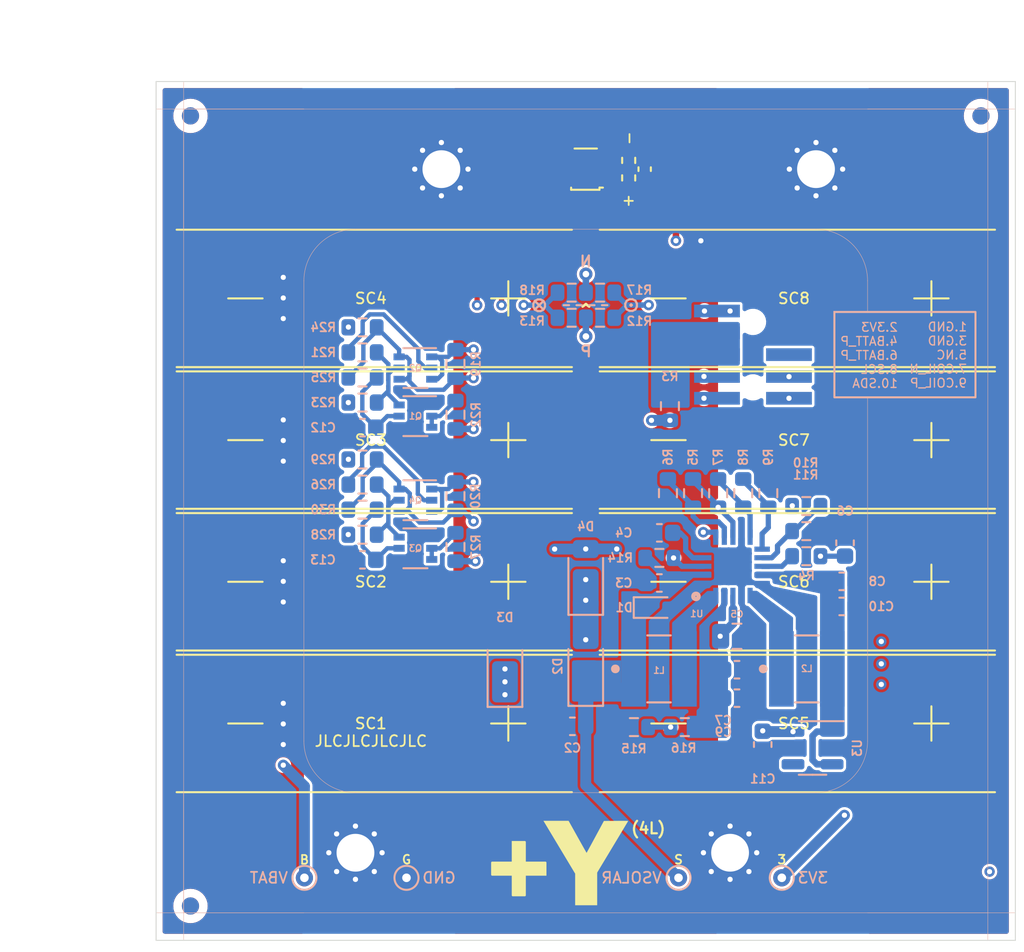
<source format=kicad_pcb>
(kicad_pcb (version 20221018) (generator pcbnew)
  (layers (0 "F.Cu" signal "Top") (1 "In1.Cu" signal) (2 "In2.Cu" signal) (31 "B.Cu" signal "Bottom") (34 "B.Paste" user) (35 "F.Paste" user) (36 "B.SilkS" user "B.Silkscreen") (37 "F.SilkS" user "F.Silkscreen") (38 "B.Mask" user) (39 "F.Mask" user) (44 "Edge.Cuts" user))
  (net 0 "")
  (net 1 "Net-(U1-VREF_SAMP)")
  (net 2 "COIL_P")
  (net 3 "GND")
  (net 4 "+3V3")
  (net 5 "VSOLAR")
  (net 6 "BATT_P")
  (net 7 "COIL_N")
  (net 8 "Net-(U1-VSTOR)")
  (net 9 "/coil")
  (net 10 "VBAT")
  (net 11 "VOUT_EN")
  (net 12 "VBAT_OK")
  (net 13 "Net-(D3-K)")
  (net 15 "Net-(U1-LBOOST)")
  (net 16 "Net-(U1-LBUCK)")
  (net 17 "/VSOLAR_FULL")
  (net 18 "Net-(U1-VBAT_OV)")
  (net 19 "Net-(U1-VRDIV)")
  (net 20 "SCL_LS")
  (net 21 "Net-(U1-OK_HYST)")
  (net 22 "Net-(U1-OK_PROG)")
  (net 23 "Net-(U1-VOUT_SET)")
  (net 24 "SDA_LS")
  (net 25 "Net-(U1-VOC_SAMP)")
  (net 26 "Net-(Q1B-G1)")
  (net 27 "Net-(Q3B-G1)")
  (net 28 "Net-(Q1A-G2)")
  (net 29 "Net-(Q1A-D1)")
  (net 30 "Net-(Q2A-B1)")
  (net 31 "Net-(Q3A-G2)")
  (net 32 "SDA")
  (net 33 "SCL")
  (net 34 "Net-(Q3A-D1)")
  (net 35 "Net-(Q4A-B1)")
  (net 36 "Net-(U1-VOUT)")
  (net 37 "Net-(U2-ADDR)")
  (footprint "solarpanels:KXOB25-05X3F" (layer "F.Cu") (at 127.41541 72.57514 180)
    (fp_text reference "SC5")
    (fp_text value "SolarCell_Small")
  )
  (footprint "solarpanels:KXOB25-05X3F" (layer "F.Cu") (at 127.41541 64.32514 180)
    (fp_text reference "SC6")
    (fp_text value "SolarCell_Small")
  )
  (footprint "solarpanels:KXOB25-05X3F" (layer "F.Cu") (at 127.41541 47.82514 180)
    (fp_text reference "SC8")
    (fp_text value "SolarCell_Small")
  )
  (footprint "solarpanels:KXOB25-05X3F" (layer "F.Cu") (at 102.79519 56.07514 180)
    (fp_text reference "SC3")
    (fp_text value "SolarCell_Small")
  )
  (footprint "solarpanels:KXOB25-05X3F" (layer "F.Cu") (at 102.79519 47.82514 180)
    (fp_text reference "SC4")
    (fp_text value "SolarCell_Small")
  )
  (footprint "solarpanels:KXOB25-05X3F" (layer "F.Cu") (at 102.79519 72.57514 180)
    (fp_text reference "SC1")
    (fp_text value "SolarCell_Small")
  )
  (footprint "solarpanels:KXOB25-05X3F" (layer "F.Cu") (at 102.79519 64.32514 180)
    (fp_text reference "SC2")
    (fp_text value "SolarCell_Small")
  )
  (footprint "Capacitor_SMD:C_0402_1005Metric" (layer "F.Cu") (at 108.03 40.3 90)
    (fp_text reference "C1" hide)
    (fp_text value "0.1uF")
  )
  (footprint "Resistor_SMD:R_0402_1005Metric" (layer "F.Cu") (at 107.1 40.81 90)
    (fp_text reference "R1" hide)
    (fp_text value "0R")
  )
  (footprint "Resistor_SMD:R_0402_1005Metric" (layer "F.Cu") (at 107.1 39.79 90)
    (fp_text reference "R2" hide)
    (fp_text value "0R")
  )
  (footprint "solarpanels:KXOB25-05X3F" (layer "F.Cu") (at 127.41541 56.07514 180)
    (fp_text reference "SC7")
    (fp_text value "SolarCell_Small")
  )
  (footprint "solarpanels:MountingHole_2.2mm_M2_DIN965_Pad_TopBottom" (layer "F.Cu") (at 91.2 80.1 -90)
    (fp_text reference "H3" hide)
    (fp_text value "MountingHole")
  )
  (footprint "custom-footprints:ypanel" (layer "F.Cu") (at 121.655 81.6271)
    (fp_text reference "Ref**" hide)
    (fp_text value "Val**" hide)
  )
  (footprint "Package_TO_SOT_SMD:SOT-583-8" (layer "F.Cu") (at 104.6 40.3 180)
    (fp_text reference "U2" hide)
    (fp_text value "OPT4001")
  )
  (footprint "Fiducial:Fiducial_1mm_Mask2mm" (layer "F.Cu") (at 81.6 83.2 180)
    (fp_text reference "REF**" hide)
    (fp_text value "Fiducial_1mm_Mask2mm")
  )
  (footprint "Fiducial:Fiducial_1mm_Mask2mm" (layer "F.Cu") (at 81.6 37.2 180)
    (fp_text reference "REF**" hide)
    (fp_text value "Fiducial_1mm_Mask2mm")
  )
  (footprint "Fiducial:Fiducial_1mm_Mask2mm" (layer "F.Cu") (at 127.6 37.2 180)
    (fp_text reference "REF**" hide)
    (fp_text value "Fiducial_1mm_Mask2mm")
  )
  (footprint "solarpanels:MountingHole_2.2mm_M2_DIN965_Pad_TopBottom" (layer "F.Cu") (at 118 40.3 -90)
    (fp_text reference "H1" hide)
    (fp_text value "MountingHole")
  )
  (footprint "solarpanels:MountingHole_2.2mm_M2_DIN965_Pad_TopBottom" (layer "F.Cu") (at 96.2 40.3 -90)
    (fp_text reference "H2" hide)
    (fp_text value "MountingHole")
  )
  (footprint "solarpanels:MountingHole_2.2mm_M2_DIN965_Pad_TopBottom" (layer "F.Cu") (at 113.000002 80.1 -90)
    (fp_text reference "H4" hide)
    (fp_text value "MountingHole")
  )
  (footprint "Resistor_SMD:R_0603_1608Metric" (layer "B.Cu") (at 105.433916 48.952854 180)
    (fp_text reference "R12")
    (fp_text value "0R")
  )
  (footprint "Resistor_SMD:R_0603_1608Metric" (layer "B.Cu") (at 105.433916 47.49 180)
    (fp_text reference "R17")
    (fp_text value "0R")
  )
  (footprint "Resistor_SMD:R_0603_1608Metric" (layer "B.Cu") (at 103.783108 48.952854 180)
    (fp_text reference "R13")
    (fp_text value "0R")
  )
  (footprint "Resistor_SMD:R_0603_1608Metric" (layer "B.Cu") (at 103.783108 47.49 180)
    (fp_text reference "R18")
    (fp_text value "0R")
  )
  (footprint "Capacitor_SMD:C_0603_1608Metric" (layer "B.Cu") (at 108.885 64.395 180)
    (fp_text reference "C3")
    (fp_text value "4.7uF")
  )
  (footprint "Capacitor_SMD:C_0603_1608Metric" (layer "B.Cu") (at 119.69 62.055 90)
    (fp_text reference "C6")
    (fp_text value "1uF")
  )
  (footprint "solarpanels:LPS4018" (layer "B.Cu") (at 108.86543 69.396344)
    (fp_text reference "L1")
    (fp_text value "22uH-LPS4018-223MR")
  )
  (footprint "Resistor_SMD:R_0603_1608Metric" (layer "B.Cu") (at 108.885 62.935 180)
    (fp_text reference "R14")
    (fp_text value "DNI (0R)")
  )
  (footprint "Resistor_SMD:R_0603_1608Metric" (layer "B.Cu") (at 117.435 62.835)
    (fp_text reference "R4")
    (fp_text value "0R")
  )
  (footprint "Capacitor_SMD:C_0603_1608Metric" (layer "B.Cu") (at 108.885 61.475 180)
    (fp_text reference "C4")
    (fp_text value "10nF")
  )
  (footprint "Resistor_SMD:R_0603_1608Metric" (layer "B.Cu") (at 112.305 59.165 -90)
    (fp_text reference "R7")
    (fp_text value "374K")
  )
  (footprint "Resistor_SMD:R_0603_1608Metric" (layer "B.Cu") (at 115.225 59.165 -90)
    (fp_text reference "R9")
    (fp_text value "4.53M")
  )
  (footprint "Resistor_SMD:R_0603_1608Metric" (layer "B.Cu") (at 107.405 72.785)
    (fp_text reference "R15")
    (fp_text value "DNI (0R)")
  )
  (footprint "Resistor_SMD:R_0603_1608Metric" (layer "B.Cu") (at 113.765 59.165 -90)
    (fp_text reference "R8")
    (fp_text value "8.25M")
  )
  (footprint "Resistor_SMD:R_0603_1608Metric" (layer "B.Cu") (at 109.385 59.165 90)
    (fp_text reference "R6")
    (fp_text value "5.62M")
  )
  (footprint "solarpanels:QFN50P350X350X100-21N-D" (layer "B.Cu") (at 113.165 63.425)
    (fp_text reference "U1")
    (fp_text value "BQ25570RGRR" hide)
  )
  (footprint "Capacitor_SMD:C_0805_2012Metric" (layer "B.Cu") (at 113.4 67.5)
    (fp_text reference "C5")
    (fp_text value "100uF")
  )
  (footprint "Resistor_SMD:R_0603_1608Metric" (layer "B.Cu") (at 110.36698 72.785 180)
    (fp_text reference "R16")
    (fp_text value "0R")
  )
  (footprint "Resistor_SMD:R_0603_1608Metric" (layer "B.Cu") (at 110.845 59.165 90)
    (fp_text reference "R5")
    (fp_text value "7.32M")
  )
  (footprint "Resistor_SMD:R_0603_1608Metric" (layer "B.Cu") (at 117.435 59.915 180)
    (fp_text reference "R10")
    (fp_text value "8.25M")
  )
  (footprint "Resistor_SMD:R_0603_1608Metric" (layer "B.Cu") (at 117.435 61.375 180)
    (fp_text reference "R11")
    (fp_text value "4.75M")
  )
  (footprint "solarpanels:LPS4018" (layer "B.Cu") (at 117.46698 69.396344)
    (fp_text reference "L2")
    (fp_text value "10uH-LPS4018-103MR")
  )
  (footprint "TestPoint:TestPoint_THTPad_D1.0mm_Drill0.5mm" (layer "B.Cu") (at 110 81.56 -90)
    (fp_text reference "TP1" hide)
    (fp_text value "TP")
  )
  (footprint "TestPoint:TestPoint_THTPad_D1.0mm_Drill0.5mm" (layer "B.Cu") (at 94.17 81.56 -90)
    (fp_text reference "TP2" hide)
    (fp_text value "TP")
  )
  (footprint "TestPoint:TestPoint_THTPad_D1.0mm_Drill0.5mm" (layer "B.Cu") (at 116.01 81.56 -90)
    (fp_text reference "TP3" hide)
    (fp_text value "TP")
  )
  (footprint "TestPoint:TestPoint_THTPad_D1.0mm_Drill0.5mm" (layer "B.Cu") (at 88.23 81.56 -90)
    (fp_text reference "TP4" hide)
    (fp_text value "TP")
  )
  (footprint "Capacitor_SMD:C_0603_1608Metric" (layer "B.Cu") (at 119.5 64.3)
    (fp_text reference "C8")
    (fp_text value "22uF")
  )
  (footprint "Package_TO_SOT_SMD:SOT-363_SC-70-6" (layer "B.Cu") (at 94.69 59.575 180)
    (fp_text reference "Q4")
    (fp_text value "MBT2222ADW1T1")
  )
  (footprint "Resistor_SMD:R_0603_1608Metric" (layer "B.Cu") (at 97.02 51.64 90)
    (fp_text reference "R19")
    (fp_text value "DNI (0R)")
  )
  (footprint "Diode_SMD:D_PowerDI-123" (layer "B.Cu") (at 104.6 63.94 90)
    (fp_text reference "D4")
    (fp_text value "DFLS130L-7")
  )
  (footprint "Resistor_SMD:R_0603_1608Metric" (layer "B.Cu") (at 91.61 61.585)
    (fp_text reference "R28")
    (fp_text value "10K")
  )
  (footprint "Capacitor_SMD:C_0603_1608Metric" (layer "B.Cu") (at 113.4 71.1)
    (fp_text reference "C9")
    (fp_text value "0.1uF")
  )
  (footprint "Diode_SMD:D_PowerDI-123" (layer "B.Cu") (at 104.6 69.24 90)
    (fp_text reference "D2")
    (fp_text value "DFLS130L-7")
  )
  (footprint "Resistor_SMD:R_0603_1608Metric" (layer "B.Cu") (at 91.61 49.51)
    (fp_text reference "R24")
    (fp_text value "10K")
  )
  (footprint "Capacitor_SMD:C_0603_1608Metric" (layer "B.Cu") (at 119.5 65.76)
    (fp_text reference "C10")
    (fp_text value "0.1uF")
  )
  (footprint "Resistor_SMD:R_0603_1608Metric" (layer "B.Cu") (at 97.02 62.3 90)
    (fp_text reference "R27")
    (fp_text value "100K")
  )
  (footprint "Package_TO_SOT_SMD:SOT-363_SC-70-6" (layer "B.Cu") (at 94.69 54.68 180)
    (fp_text reference "Q1")
    (fp_text value "NX3008NBKS")
  )
  (footprint "Capacitor_SMD:C_0603_1608Metric" (layer "B.Cu") (at 91.61 63.045 180)
    (fp_text reference "C13")
    (fp_text value "10nF")
  )
  (footprint "Resistor_SMD:R_0603_1608Metric" (layer "B.Cu") (at 109.5 54.1 -90)
    (fp_text reference "R3")
    (fp_text value "0R")
  )
  (footprint "Diode_SMD:D_SOD-523" (layer "B.Cu") (at 108.655 65.825)
    (fp_text reference "D1")
    (fp_text value "SZMM5Z5V1T1G")
  )
  (footprint "Resistor_SMD:R_0603_1608Metric" (layer "B.Cu") (at 91.61 60.125)
    (fp_text reference "R30")
    (fp_text value "200K")
  )
  (footprint "Capacitor_SMD:C_0603_1608Metric" (layer "B.Cu") (at 113.4 69.445)
    (fp_text reference "C7")
    (fp_text value "4.7uF")
  )
  (footprint "Package_TO_SOT_SMD:SOT-363_SC-70-6" (layer "B.Cu") (at 94.69 51.88 180)
    (fp_text reference "Q2")
    (fp_text value "MBT2222ADW1T1")
  )
  (footprint "Resistor_SMD:R_0603_1608Metric" (layer "B.Cu") (at 91.61 53.89)
    (fp_text reference "R23")
    (fp_text value "10K")
  )
  (footprint "Resistor_SMD:R_0603_1608Metric" (layer "B.Cu") (at 91.61 50.97)
    (fp_text reference "R21")
    (fp_text value "680R")
  )
  (footprint "Fiducial:Fiducial_1mm_Mask2mm" (layer "B.Cu") (at 81.6 83.2)
    (fp_text reference "REF**" hide)
    (fp_text value "Fiducial_1mm_Mask2mm")
  )
  (footprint "Package_TO_SOT_SMD:SOT-23-5" (layer "B.Cu") (at 117.8 74 180)
    (fp_text reference "U3")
    (fp_text value "MAX40200AUK")
  )
  (footprint "Capacitor_SMD:C_0603_1608Metric" (layer "B.Cu") (at 114.9 73.8 -90)
    (fp_text reference "C11")
    (fp_text value "0.1uF")
  )
  (footprint "Resistor_SMD:R_0603_1608Metric" (layer "B.Cu") (at 91.61 52.43)
    (fp_text reference "R25")
    (fp_text value "200K")
  )
  (footprint "Resistor_SMD:R_0603_1608Metric" (layer "B.Cu") (at 91.61 57.205)
    (fp_text reference "R29")
    (fp_text value "10K")
  )
  (footprint "Resistor_SMD:R_0603_1608Metric" (layer "B.Cu") (at 97.02 59.34 90)
    (fp_text reference "R20")
    (fp_text value "DNI (0R)")
  )
  (footprint "Fiducial:Fiducial_1mm_Mask2mm" (layer "B.Cu") (at 81.6 37.2)
    (fp_text reference "REF**" hide)
    (fp_text value "Fiducial_1mm_Mask2mm")
  )
  (footprint "Capacitor_SMD:C_0603_1608Metric" (layer "B.Cu") (at 91.61 55.35 180)
    (fp_text reference "C12")
    (fp_text value "10nF")
  )
  (footprint "solarpanels:SAMTEC-FTS-105-01-X-DV-A" (layer "B.Cu") (at 114.332995 51.099999 -90)
    (fp_text reference "J1" hide)
    (fp_text value "FTS-105-01-X-DV-A")
  )
  (footprint "Capacitor_SMD:C_0603_1608Metric" (layer "B.Cu") (at 103.825 72.74 180)
    (fp_text reference "C2")
    (fp_text value "0.1uF")
  )
  (footprint "Package_TO_SOT_SMD:SOT-363_SC-70-6" (layer "B.Cu") (at 94.69 62.375 180)
    (fp_text reference "Q3")
    (fp_text value "NX3008NBKS")
  )
  (footprint "Resistor_SMD:R_0603_1608Metric" (layer "B.Cu") (at 97.02 54.6 90)
    (fp_text reference "R22")
    (fp_text value "100K")
  )
  (footprint "Resistor_SMD:R_0603_1608Metric" (layer "B.Cu") (at 91.61 58.665)
    (fp_text reference "R26")
    (fp_text value "680R")
  )
  (footprint "custom-footprints:pycubed_mini_half" (layer "B.Cu") (at 104.7 39.2 180)
    (fp_text reference "Ref**" hide)
    (fp_text value "Val**" hide)
  )
  (footprint "Fiducial:Fiducial_1mm_Mask2mm" (layer "B.Cu") (at 127.6 37.2)
    (fp_text reference "REF**" hide)
    (fp_text value "Fiducial_1mm_Mask2mm")
  )
  (footprint "Diode_SMD:D_PowerDI-123" (layer "B.Cu") (at 99.9 69.3 90)
    (fp_text reference "D3")
    (fp_text value "DFLS130L-7")
  )
  (gr_line (start 103.313916 48.22) (end 103.631416 48.22) (stroke (width 0.12)) (layer "B.SilkS"))
  (gr_line (start 104.38 48.22) (end 104.0625 48.22) (stroke (width 0.12)) (layer "B.SilkS"))
  (gr_line (start 121 53.59) (end 121 73.6) (stroke (width 0.0254)) (layer "B.SilkS"))
  (gr_line (start 121 46.8) (end 121 48.57) (stroke (width 0.0254)) (layer "B.SilkS"))
  (gr_line (start 105.86 48.22) (end 105.5425 48.22) (stroke (width 0.12)) (layer "B.SilkS"))
  (gr_line (start 88.2 46.8) (end 88.2 73.6) (stroke (width 0.0254)) (layer "B.SilkS"))
  (gr_arc (start 88.2 46.8) (mid 89.07868 44.67868) (end 91.2 43.8) (stroke (width 0.0254)) (layer "B.SilkS"))
  (gr_arc (start 121 73.6) (mid 120.12132 75.72132) (end 118 76.6) (stroke (width 0.0254)) (layer "B.SilkS"))
  (gr_line (start 88.2 36.8) (end 81.2 36.8) (stroke (width 0.0254)) (layer "B.SilkS"))
  (gr_line (start 88.2 83.6) (end 81.2 83.6) (stroke (width 0.0254)) (layer "B.SilkS"))
  (gr_line (start 81.2 36.8) (end 81.2 43.8) (stroke (width 0.0254)) (layer "B.SilkS"))
  (gr_line (start 79.64 36.8) (end 129.56 36.8) (stroke (width 0.0254)) (layer "B.SilkS"))
  (gr_line (start 104.793916 48.22) (end 105.111416 48.22) (stroke (width 0.12)) (layer "B.SilkS"))
  (gr_line (start 128 35.24) (end 128 43.8) (stroke (width 0.0254)) (layer "B.SilkS"))
  (gr_arc (start 91.2 76.6) (mid 89.07868 75.72132) (end 88.2 73.6) (stroke (width 0.0254)) (layer "B.SilkS"))
  (gr_line (start 128 85.16) (end 128 76.6) (stroke (width 0.0254)) (layer "B.SilkS"))
  (gr_line (start 79.64 83.6) (end 129.56 83.6) (stroke (width 0.0254)) (layer "B.SilkS"))
  (gr_line (start 128 43.8) (end 128 76.6) (stroke (width 0.0254)) (layer "B.SilkS"))
  (gr_line (start 121 36.8) (end 128 36.8) (stroke (width 0.0254)) (layer "B.SilkS"))
  (gr_line (start 81.2 83.6) (end 81.2 76.6) (stroke (width 0.0254)) (layer "B.SilkS"))
  (gr_arc (start 118 43.8) (mid 120.12132 44.67868) (end 121 46.8) (stroke (width 0.0254)) (layer "B.SilkS"))
  (gr_rect (start 119.07 48.615) (end 127.28 53.585) (stroke (width 0.12)) (fill none) (layer "B.SilkS"))
  (gr_line (start 81.2 35.24) (end 81.2 85.16) (stroke (width 0.0254)) (layer "B.SilkS"))
  (gr_line (start 91.2 76.6) (end 118 76.6) (stroke (width 0.0254)) (layer "B.SilkS"))
  (gr_line (start 121 83.6) (end 128 83.6) (stroke (width 0.0254)) (layer "B.SilkS"))
  (gr_line (start 118 43.8) (end 91.2 43.8) (stroke (width 0.0254)) (layer "B.SilkS"))
  (gr_line (start 79.599993 85.199995) (end 129.599994 85.199995) (stroke (width 0.0508)) (layer "Edge.Cuts"))
  (gr_line (start 79.599993 35.199993) (end 79.599993 85.199995) (stroke (width 0.0508)) (layer "Edge.Cuts"))
  (gr_line (start 129.599994 35.199993) (end 79.599993 35.199993) (stroke (width 0.0508)) (layer "Edge.Cuts"))
  (gr_line (start 129.599994 85.199995) (end 129.599994 35.199993) (stroke (width 0.0508)) (layer "Edge.Cuts"))
  (gr_text "P" (at 104.6125 50.91) (layer "B.SilkS") (effects (font (size 0.635 0.635) (thickness 0.127)) (justify mirror)))
  (gr_text "N" (at 104.6 45.68) (layer "B.SilkS") (effects (font (size 0.635 0.635) (thickness 0.127)) (justify mirror)))
  (gr_text "3V3" (at 118.76 81.56) (layer "B.SilkS") (effects (font (size 0.635 0.635) (thickness 0.1016)) (justify left mirror)))
  (gr_text "GND" (at 97.1 81.56) (layer "B.SilkS") (effects (font (size 0.635 0.635) (thickness 0.1016)) (justify left mirror)))
  (gr_text "VSOLAR" (at 109.09 81.56) (layer "B.SilkS") (effects (font (size 0.635 0.635) (thickness 0.1016)) (justify left mirror)))
  (gr_text "VBAT" (at 87.33 81.56) (layer "B.SilkS") (effects (font (size 0.635 0.635) (thickness 0.1016)) (justify left mirror)))
  (gr_text "⊗" (at 101.89 48.16) (layer "B.SilkS") (effects (font (size 0.889 0.889) (thickness 0.127)) (justify mirror)))
  (gr_text "⊙" (at 107.24 48.28 180) (layer "B.SilkS") (effects (font (size 0.889 0.889) (thickness 0.127)) (justify mirror)))
  (gr_text "2.3V3\n4.BATT_P\n6.BATT_P\n8.SCL\n10.SDA" (at 122.805 51.14) (layer "B.SilkS") (effects (font (size 0.508 0.508) (thickness 0.0762)) (justify left mirror)))
  (gr_text "1.GND\n3.GND\n5.NC\n7.COIL_N\n9.COIL_P" (at 126.83 51.12) (layer "B.SilkS") (effects (font (size 0.508 0.508) (thickness 0.0762)) (justify left mirror)))
  (gr_text "B" (at 88.23 80.51) (layer "F.SilkS") (effects (font (size 0.508 0.508) (thickness 0.1016))))
  (gr_text "(4L)" (at 108.24 78.68) (layer "F.SilkS") (effects (font (size 0.635 0.635) (thickness 0.127))))
  (gr_text "JLCJLCJLCJLC" (at 92.099 73.6) (layer "F.SilkS") (effects (font (size 0.635 0.635) (thickness 0.1016) bold)))
  (gr_text "-" (at 107.1 38.5 90) (layer "F.SilkS") (effects (font (size 0.635 0.635) (thickness 0.1016))))
  (gr_text "+" (at 107.1 42.1) (layer "F.SilkS") (effects (font (size 0.635 0.635) (thickness 0.1016))))
  (gr_text "G" (at 94.17 80.5) (layer "F.SilkS") (effects (font (size 0.508 0.508) (thickness 0.1016))))
  (gr_text "3" (at 116.01 80.5) (layer "F.SilkS") (effects (font (size 0.508 0.508) (thickness 0.1016))))
  (gr_text "^" (at 104.61 48.75) (layer "F.SilkS") (effects (font (size 1 1))))
  (gr_text "S" (at 110 80.5) (layer "F.SilkS") (effects (font (size 0.508 0.508) (thickness 0.1016))))
  (segment (start 110.825 62.925) (end 110.4148 62.5148) (width 0.3048) (layer "B.Cu") (net 1))
  (segment (start 110.095 61.475) (end 109.66 61.475) (width 0.3048) (layer "B.Cu") (net 1))
  (segment (start 111.465 62.925) (end 110.825 62.925) (width 0.3048) (layer "B.Cu") (net 1))
  (segment (start 110.4148 61.7948) (end 110.095 61.475) (width 0.3048) (layer "B.Cu") (net 1))
  (segment (start 110.4148 62.5148) (end 110.4148 61.7948) (width 0.3048) (layer "B.Cu") (net 1))
  (via (at 116.427495 53.639999) (size 0.6096) (drill 0.3048) (layers "F.Cu" "B.Cu") (net 2))
  (via (at 104.61 50.04) (size 0.762) (drill 0.381) (layers "F.Cu" "B.Cu") (net 2))
  (segment (start 104.608108 50.038108) (end 104.61 50.04) (width 0.381) (layer "B.Cu") (net 2))
  (segment (start 104.608108 48.952854) (end 104.608108 50.038108) (width 0.381) (layer "B.Cu") (net 2))
  (segment (start 109.75 39.55) (end 105.34 39.55) (width 0.381) (layer "F.Cu") (net 3))
  (segment (start 111.3 44.47) (end 111.29 44.46) (width 0.381) (layer "F.Cu") (net 3))
  (segment (start 111.29 44.46) (end 111.29 41.09) (width 0.381) (layer "F.Cu") (net 3))
  (segment (start 111.29 41.09) (end 109.75 39.55) (width 0.381) (layer "F.Cu") (net 3))
  (via (at 87 63.1) (size 0.6) (drill 0.3) (layers "F.Cu" "B.Cu") (net 3))
  (via (at 87 47.8) (size 0.6) (drill 0.3) (layers "F.Cu" "B.Cu") (net 3))
  (via (at 87 73.8) (size 0.6) (drill 0.3) (layers "F.Cu" "B.Cu") (net 3))
  (via (at 87 56.1) (size 0.6) (drill 0.3) (layers "F.Cu" "B.Cu") (net 3))
  (via (at 87 64.3) (size 0.6) (drill 0.3) (layers "F.Cu" "B.Cu") (net 3))
  (via (at 87 54.9) (size 0.6) (drill 0.3) (layers "F.Cu" "B.Cu") (net 3))
  (via (at 111.3 44.47) (size 0.6096) (drill 0.3048) (layers "F.Cu" "B.Cu") (net 3))
  (via (at 87 46.6) (size 0.6) (drill 0.3) (layers "F.Cu" "B.Cu") (net 3))
  (via (at 87 72.6) (size 0.6) (drill 0.3) (layers "F.Cu" "B.Cu") (net 3))
  (via (at 87 71.4) (size 0.6) (drill 0.3) (layers "F.Cu" "B.Cu") (net 3))
  (via (at 87 57.3) (size 0.6) (drill 0.3) (layers "F.Cu" "B.Cu") (net 3))
  (via (at 87 49) (size 0.6) (drill 0.3) (layers "F.Cu" "B.Cu") (net 3))
  (via (at 87 65.5) (size 0.6) (drill 0.3) (layers "F.Cu" "B.Cu") (net 3))
  (segment (start 109.15 41.05) (end 105.34 41.05) (width 0.381) (layer "F.Cu") (net 4))
  (segment (start 109.85 44.47) (end 109.85 41.75) (width 0.381) (layer "F.Cu") (net 4))
  (segment (start 109.85 41.75) (end 109.15 41.05) (width 0.381) (layer "F.Cu") (net 4))
  (via (at 90.78 61.575) (size 0.6096) (drill 0.3048) (layers "F.Cu" "B.Cu") (net 4))
  (via (at 116.6625 73.05) (size 0.6096) (drill 0.3048) (layers "F.Cu" "B.Cu") (net 4))
  (via (at 114.9 73) (size 0.6096) (drill 0.3048) (layers "F.Cu" "B.Cu") (net 4))
  (via (at 90.79 49.495) (size 0.6096) (drill 0.3048) (layers "F.Cu" "B.Cu") (net 4))
  (via (at 109.85 44.47) (size 0.6096) (drill 0.3048) (layers "F.Cu" "B.Cu") (net 4))
  (via (at 113 48.56) (size 0.6096) (drill 0.3048) (layers "F.Cu" "B.Cu") (net 4))
  (via (at 111.51 48.56) (size 0.6096) (drill 0.3048) (layers "F.Cu" "B.Cu") (net 4))
  (via (at 119.655111 77.914889) (size 0.6096) (drill 0.3048) (layers "F.Cu" "B.Cu") (net 4))
  (via (at 90.79 57.195) (size 0.6096) (drill 0.3048) (layers "F.Cu" "B.Cu") (net 4))
  (via (at 90.785 53.89) (size 0.6096) (drill 0.3048) (layers "F.Cu" "B.Cu") (net 4))
  (via (at 98.07 55.43) (size 0.6096) (drill 0.3048) (layers "F.Cu" "B.Cu") (net 4))
  (via (at 98.18 63.125) (size 0.6096) (drill 0.3048) (layers "F.Cu" "B.Cu") (net 4))
  (segment (start 114.9 73.025) (end 114.9 73) (width 0.1524) (layer "B.Cu") (net 4))
  (segment (start 98.18 63.125) (end 97.02 63.125) (width 0.381) (layer "B.Cu") (net 4))
  (segment (start 98.07 55.43) (end 98.065 55.425) (width 0.381) (layer "B.Cu") (net 4))
  (segment (start 114.9 73) (end 114.875 73) (width 0.1524) (layer "B.Cu") (net 4))
  (segment (start 116.6625 73.05) (end 114.95 73.05) (width 0.635) (layer "B.Cu") (net 4))
  (segment (start 116.6625 73.05) (end 114.975 73.05) (width 0.635) (layer "B.Cu") (net 4))
  (segment (start 114.95 73.05) (end 114.9 73) (width 0.635) (layer "B.Cu") (net 4))
  (segment (start 114.875 73) (end 114.9 73.025) (width 0.1524) (layer "B.Cu") (net 4))
  (segment (start 98.065 55.425) (end 97.02 55.425) (width 0.381) (layer "B.Cu") (net 4))
  (segment (start 114.975 73.05) (end 114.925 73) (width 0.635) (layer "B.Cu") (net 4))
  (segment (start 119.655111 77.914889) (end 116.01 81.56) (width 0.635) (layer "B.Cu") (net 4))
  (segment (start 114.925 73) (end 114.9 73.025) (width 0.1524) (layer "B.Cu") (net 4))
  (segment (start 104.6 76.16) (end 104.6 72.74) (width 0.635) (layer "B.Cu") (net 5))
  (segment (start 109.66 64.39) (end 108.205 62.935) (width 0.508) (layer "B.Cu") (net 5))
  (segment (start 104.6 72.74) (end 104.6 70.09) (width 0.889) (layer "B.Cu") (net 5))
  (segment (start 110 81.56) (end 104.6 76.16) (width 0.635) (layer "B.Cu") (net 5))
  (via (at 104.61 46.41) (size 0.762) (drill 0.381) (layers "F.Cu" "B.Cu") (net 7))
  (via (at 116.43 52.38) (size 0.6096) (drill 0.3048) (layers "F.Cu" "B.Cu") (net 7))
  (segment (start 104.608108 46.411892) (end 104.61 46.41) (width 0.381) (layer "B.Cu") (net 7))
  (segment (start 104.608108 47.49) (end 104.608108 46.411892) (width 0.381) (layer "B.Cu") (net 7))
  (via (at 108.26 48.21) (size 0.6096) (drill 0.3048) (layers "F.Cu" "B.Cu") (net 9))
  (via (at 128.1 81.2) (size 0.6) (drill 0.3) (layers "F.Cu" "B.Cu") (net 9))
  (via (at 100.99 48.22) (size 0.6096) (drill 0.3048) (layers "F.Cu" "B.Cu") (net 9))
  (segment (start 102.225254 48.22) (end 102.958108 48.952854) (width 0.3048) (layer "B.Cu") (net 9))
  (segment (start 102.228108 48.22) (end 100.99 48.22) (width 0.3048) (layer "B.Cu") (net 9))
  (segment (start 106.978916 48.21) (end 106.258916 47.49) (width 0.3048) (layer "B.Cu") (net 9))
  (segment (start 100.99 48.22) (end 102.225254 48.22) (width 0.3048) (layer "B.Cu") (net 9))
  (segment (start 107.00177 48.21) (end 106.258916 48.952854) (width 0.3048) (layer "B.Cu") (net 9))
  (segment (start 108.26 48.21) (end 107.91 48.21) (width 0.3048) (layer "B.Cu") (net 9))
  (segment (start 107.91 48.21) (end 106.978916 48.21) (width 0.3048) (layer "B.Cu") (net 9))
  (segment (start 107.91 48.21) (end 107.00177 48.21) (width 0.3048) (layer "B.Cu") (net 9))
  (segment (start 102.958108 47.49) (end 102.228108 48.22) (width 0.3048) (layer "B.Cu") (net 9))
  (via (at 112.425 67.495) (size 0.6) (drill 0.3) (layers "F.Cu" "B.Cu") (net 10))
  (via (at 109.5 54.925) (size 0.6096) (drill 0.3048) (layers "F.Cu" "B.Cu") (net 10))
  (via (at 87 75) (size 0.6096) (drill 0.3048) (layers "F.Cu" "B.Cu") (net 10))
  (via (at 108.425 54.925) (size 0.6096) (drill 0.3048) (layers "F.Cu" "B.Cu") (net 10))
  (segment (start 113.16014 65.125) (end 113.16014 65.854344) (width 0.29972) (layer "B.Cu") (net 10))
  (segment (start 87 75) (end 88.23 76.23) (width 0.635) (layer "B.Cu") (net 10))
  (segment (start 108.425 54.925) (end 109.5 54.925) (width 0.635) (layer "B.Cu") (net 10))
  (segment (start 112.425 67.495) (end 113.17 66.75) (width 0.508) (layer "B.Cu") (net 10))
  (segment (start 88.23 76.23) (end 88.23 81.56) (width 0.635) (layer "B.Cu") (net 10))
  (segment (start 113.17 66.75) (end 113.17 65.91) (width 0.508) (layer "B.Cu") (net 10))
  (via (at 118.26 62.835) (size 0.6096) (drill 0.3048) (layers "F.Cu" "B.Cu") (net 11))
  (via (at 111.44 61.4391) (size 0.6096) (drill 0.3048) (layers "F.Cu" "B.Cu") (net 11))
  (segment (start 112.165 61.4391) (end 112.165 61.725) (width 0.3048) (layer "B.Cu") (net 11))
  (segment (start 118.26 62.835) (end 119.665 62.835) (width 0.3048) (layer "B.Cu") (net 11))
  (segment (start 111.44 61.4391) (end 112.165 61.4391) (width 0.3048) (layer "B.Cu") (net 11))
  (segment (start 116.02 63.425) (end 116.61 62.835) (width 0.3048) (layer "B.Cu") (net 12))
  (segment (start 114.865 63.425) (end 116.02 63.425) (width 0.3048) (layer "B.Cu") (net 12))
  (via (at 99.9 69.4) (size 0.6096) (drill 0.3048) (layers "F.Cu" "B.Cu") (net 13))
  (via (at 99.9 70.15) (size 0.6096) (drill 0.3048) (layers "F.Cu" "B.Cu") (net 13))
  (via (at 106.405 62.415) (size 0.6096) (drill 0.3048) (layers "F.Cu" "B.Cu") (net 13))
  (via (at 102.79 62.42) (size 0.6096) (drill 0.3048) (layers "F.Cu" "B.Cu") (net 13))
  (via (at 104.6 62.415) (size 0.6096) (drill 0.3048) (layers "F.Cu" "B.Cu") (net 13))
  (via (at 99.9 70.9) (size 0.6096) (drill 0.3048) (layers "F.Cu" "B.Cu") (net 13))
  (segment (start 102.79 62.42) (end 104.595 62.42) (width 0.635) (layer "B.Cu") (net 13))
  (segment (start 104.595 62.42) (end 104.6 62.415) (width 0.1524) (layer "B.Cu") (net 13))
  (segment (start 106.405 62.415) (end 104.6 62.415) (width 0.635) (layer "B.Cu") (net 13))
  (via (at 104.6 65.4) (size 0.6096) (drill 0.3048) (layers "F.Cu" "B.Cu") (net 17))
  (via (at 104.6 67.7) (size 0.6096) (drill 0.3048) (layers "F.Cu" "B.Cu") (net 17))
  (via (at 121.8 70.3) (size 0.6096) (drill 0.3048) (layers "F.Cu" "B.Cu") (net 17))
  (via (at 121.8 67.8) (size 0.6096) (drill 0.3048) (layers "F.Cu" "B.Cu") (net 17))
  (via (at 121.8 69.1) (size 0.6096) (drill 0.3048) (layers "F.Cu" "B.Cu") (net 17))
  (via (at 104.6 64.2) (size 0.6096) (drill 0.3048) (layers "F.Cu" "B.Cu") (net 17))
  (segment (start 111.16 60.83) (end 110.845 60.515) (width 0.3048) (layer "B.Cu") (net 18))
  (segment (start 112.665 61.725) (end 112.665 61.175) (width 0.3048) (layer "B.Cu") (net 18))
  (segment (start 112.665 61.175) (end 112.32 60.83) (width 0.3048) (layer "B.Cu") (net 18))
  (segment (start 112.32 60.83) (end 111.16 60.83) (width 0.3048) (layer "B.Cu") (net 18))
  (segment (start 110.845 60.515) (end 110.845 59.99) (width 0.3048) (layer "B.Cu") (net 18))
  (segment (start 110.845 59.905) (end 109.385 58.445) (width 0.3048) (layer "B.Cu") (net 18))
  (via (at 116.62 59.9) (size 0.6096) (drill 0.3048) (layers "F.Cu" "B.Cu") (net 19))
  (via (at 112.305 59.99) (size 0.6096) (drill 0.3048) (layers "F.Cu" "B.Cu") (net 19))
  (segment (start 113.165 61.725) (end 113.165 60.85) (width 0.3048) (layer "B.Cu") (net 19))
  (segment (start 113.165 60.85) (end 112.305 59.99) (width 0.3048) (layer "B.Cu") (net 19))
  (segment (start 110.845 58.445) (end 112.305 59.905) (width 0.3048) (layer "B.Cu") (net 19))
  (segment (start 98.28 48.22) (end 98.28 45.88) (width 0.3048) (layer "F.Cu") (net 20))
  (segment (start 99.5 41.34) (end 101.29 39.55) (width 0.3048) (layer "F.Cu") (net 20))
  (segment (start 101.29 39.55) (end 103.86 39.55) (width 0.3048) (layer "F.Cu") (net 20))
  (segment (start 98.28 45.88) (end 99.5 44.66) (width 0.3048) (layer "F.Cu") (net 20))
  (segment (start 99.5 44.66) (end 99.5 41.34) (width 0.3048) (layer "F.Cu") (net 20))
  (via (at 98.28 48.22) (size 0.6096) (drill 0.3048) (layers "F.Cu" "B.Cu") (net 20))
  (via (at 98.07 52.46) (size 0.6096) (drill 0.3048) (layers "F.Cu" "B.Cu") (net 20))
  (segment (start 96.335 53.145) (end 97.02 52.46) (width 0.254) (layer "B.Cu") (net 20))
  (segment (start 94.82 53.145) (end 96.335 53.145) (width 0.254) (layer "B.Cu") (net 20))
  (segment (start 92.435 49.72) (end 91.66 50.495) (width 0.254) (layer "B.Cu") (net 20))
  (segment (start 94.3444 52.0494) (end 94.3444 52.3506) (width 0.254) (layer "B.Cu") (net 20))
  (segment (start 91.66 50.495) (end 91.66 51.555) (width 0.254) (layer "B.Cu") (net 20))
  (segment (start 94.165 52.53) (end 93.74 52.53) (width 0.254) (layer "B.Cu") (net 20))
  (segment (start 94.3444 52.0494) (end 94.3444 52.6694) (width 0.254) (layer "B.Cu") (net 20))
  (segment (start 94.3444 52.3506) (end 94.165 52.53) (width 0.254) (layer "B.Cu") (net 20))
  (segment (start 92.435 49.51) (end 93.74 50.815) (width 0.254) (layer "B.Cu") (net 20))
  (segment (start 91.66 51.555) (end 90.785 52.43) (width 0.254) (layer "B.Cu") (net 20))
  (segment (start 93.74 51.23) (end 94.1738 51.23) (width 0.254) (layer "B.Cu") (net 20))
  (segment (start 94.3444 51.4006) (end 94.3444 52.0494) (width 0.254) (layer "B.Cu") (net 20))
  (segment (start 94.3444 52.6694) (end 94.82 53.145) (width 0.254) (layer "B.Cu") (net 20))
  (segment (start 93.74 50.815) (end 93.74 51.23) (width 0.254) (layer "B.Cu") (net 20))
  (segment (start 94.1738 51.23) (end 94.3444 51.4006) (width 0.254) (layer "B.Cu") (net 20))
  (segment (start 98.07 52.46) (end 97.02 52.46) (width 0.3048) (layer "B.Cu") (net 20))
  (segment (start 114.165 61.725) (end 114.165 60.39) (width 0.3048) (layer "B.Cu") (net 21))
  (segment (start 114.165 60.39) (end 113.765 59.99) (width 0.3048) (layer "B.Cu") (net 21))
  (segment (start 112.305 58.425) (end 113.765 59.885) (width 0.3048) (layer "B.Cu") (net 21))
  (segment (start 115.225 61.165) (end 115.225 59.99) (width 0.3048) (layer "B.Cu") (net 22))
  (segment (start 114.865 62.425) (end 114.865 61.525) (width 0.3048) (layer "B.Cu") (net 22))
  (segment (start 113.765 58.445) (end 115.225 59.905) (width 0.3048) (layer "B.Cu") (net 22))
  (segment (start 114.865 61.525) (end 115.225 61.165) (width 0.3048) (layer "B.Cu") (net 22))
  (segment (start 115.425 62.925) (end 115.76 62.59) (width 0.3048) (layer "B.Cu") (net 23))
  (segment (start 115.76 62.59) (end 115.76 62.225) (width 0.3048) (layer "B.Cu") (net 23))
  (segment (start 114.865 62.925) (end 115.425 62.925) (width 0.3048) (layer "B.Cu") (net 23))
  (segment (start 116.725 61.375) (end 118.185 59.915) (width 0.3048) (layer "B.Cu") (net 23))
  (segment (start 115.76 62.225) (end 116.61 61.375) (width 0.3048) (layer "B.Cu") (net 23))
  (segment (start 101.59 41.05) (end 103.86 41.05) (width 0.3048) (layer "F.Cu") (net 24))
  (segment (start 99.7 46.2) (end 100.67 45.23) (width 0.3048) (layer "F.Cu") (net 24))
  (segment (start 100.67 41.97) (end 101.59 41.05) (width 0.3048) (layer "F.Cu") (net 24))
  (segment (start 100.67 45.23) (end 100.67 41.97) (width 0.3048) (layer "F.Cu") (net 24))
  (segment (start 99.7 48.22) (end 99.7 46.2) (width 0.3048) (layer "F.Cu") (net 24))
  (via (at 99.7 48.22) (size 0.6096) (drill 0.3048) (layers "F.Cu" "B.Cu") (net 24))
  (via (at 98.07 60.8) (size 0.6096) (drill 0.3048) (layers "F.Cu" "B.Cu") (net 24))
  (segment (start 94.36 59.965) (end 94.1 60.225) (width 0.254) (layer "B.Cu") (net 24))
  (segment (start 91.62 58.255) (end 91.62 59.29) (width 0.254) (layer "B.Cu") (net 24))
  (segment (start 92.435 57.44) (end 91.62 58.255) (width 0.254) (layer "B.Cu") (net 24))
  (segment (start 94.28 60.225) (end 94.93 60.875) (width 0.254) (layer "B.Cu") (net 24))
  (segment (start 93.74 60.225) (end 94.28 60.225) (width 0.254) (layer "B.Cu") (net 24))
  (segment (start 91.62 59.29) (end 90.785 60.125) (width 0.254) (layer "B.Cu") (net 24))
  (segment (start 94.93 60.875) (end 96.305 60.875) (width 0.254) (layer "B.Cu") (net 24))
  (segment (start 96.305 60.875) (end 97.02 60.16) (width 0.254) (layer "B.Cu") (net 24))
  (segment (start 94.36 59.185) (end 94.36 59.965) (width 0.254) (layer "B.Cu") (net 24))
  (segment (start 94.1 58.925) (end 94.36 59.185) (width 0.254) (layer "B.Cu") (net 24))
  (segment (start 94.1 60.225) (end 93.74 60.225) (width 0.254) (layer "B.Cu") (net 24))
  (segment (start 93.74 58.925) (end 93.74 58.51) (width 0.254) (layer "B.Cu") (net 24))
  (segment (start 98.07 60.8) (end 97.43 60.16) (width 0.3048) (layer "B.Cu") (net 24))
  (segment (start 93.74 58.51) (end 92.435 57.205) (width 0.254) (layer "B.Cu") (net 24))
  (segment (start 97.43 60.16) (end 97.02 60.16) (width 0.3048) (layer "B.Cu") (net 24))
  (segment (start 93.74 58.925) (end 94.1 58.925) (width 0.254) (layer "B.Cu") (net 24))
  (via (at 109.71 62.935) (size 0.6096) (drill 0.3048) (layers "F.Cu" "B.Cu") (net 25))
  (via (at 109.54198 72.785) (size 0.6096) (drill 0.3048) (layers "F.Cu" "B.Cu") (net 25))
  (segment (start 108.23 72.785) (end 109.54198 72.785) (width 0.3048) (layer "B.Cu") (net 25))
  (segment (start 111.465 63.425) (end 110.2 63.425) (width 0.3048) (layer "B.Cu") (net 25))
  (segment (start 110.2 63.425) (end 109.71 62.935) (width 0.3048) (layer "B.Cu") (net 25))
  (segment (start 92.385 55.35) (end 93.055 54.68) (width 0.254) (layer "B.Cu") (net 26))
  (segment (start 91.6 53.265) (end 91.6 54.565) (width 0.254) (layer "B.Cu") (net 26))
  (segment (start 91.6 54.565) (end 92.385 55.35) (width 0.254) (layer "B.Cu") (net 26))
  (segment (start 93.055 54.68) (end 93.74 54.68) (width 0.254) (layer "B.Cu") (net 26))
  (segment (start 92.435 52.43) (end 91.6 53.265) (width 0.254) (layer "B.Cu") (net 26))
  (segment (start 91.62 60.94) (end 91.62 62.28) (width 0.254) (layer "B.Cu") (net 27))
  (segment (start 91.62 62.28) (end 92.385 63.045) (width 0.254) (layer "B.Cu") (net 27))
  (segment (start 93.055 62.375) (end 93.74 62.375) (width 0.254) (layer "B.Cu") (net 27))
  (segment (start 92.385 63.045) (end 93.055 62.375) (width 0.254) (layer "B.Cu") (net 27))
  (segment (start 92.435 60.125) (end 91.62 60.94) (width 0.254) (layer "B.Cu") (net 27))
  (segment (start 95.64 54.68) (end 96.115 54.68) (width 0.254) (layer "B.Cu") (net 28))
  (segment (start 95.64 54.68) (end 95.64 55.33) (width 0.254) (layer "B.Cu") (net 28))
  (segment (start 96.115 54.68) (end 97.02 53.775) (width 0.254) (layer "B.Cu") (net 28))
  (segment (start 93.1144 52.9294) (end 93.1144 53.2106) (width 0.254) (layer "B.Cu") (net 29))
  (segment (start 93.1144 51.6494) (end 92.435 50.97) (width 0.254) (layer "B.Cu") (net 29))
  (segment (start 93.1144 52.9294) (end 93.1144 52.5894) (width 0.254) (layer "B.Cu") (net 29))
  (segment (start 93.1144 52.5894) (end 93.1144 52.2256) (width 0.254) (layer "B.Cu") (net 29))
  (segment (start 93.1144 53.4044) (end 93.1144 52.9294) (width 0.254) (layer "B.Cu") (net 29))
  (segment (start 93.74 54.03) (end 93.1144 53.4044) (width 0.254) (layer "B.Cu") (net 29))
  (segment (start 93.1144 52.2256) (end 93.46 51.88) (width 0.254) (layer "B.Cu") (net 29))
  (segment (start 93.46 51.88) (end 93.74 51.88) (width 0.254) (layer "B.Cu") (net 29))
  (segment (start 93.1144 52.5894) (end 93.1144 51.6494) (width 0.254) (layer "B.Cu") (net 29))
  (segment (start 93.1144 53.2106) (end 92.435 53.89) (width 0.254) (layer "B.Cu") (net 29))
  (segment (start 94.86 50.775) (end 94.86 51.475) (width 0.254) (layer "B.Cu") (net 30))
  (segment (start 95.265 51.88) (end 95.64 51.88) (width 0.254) (layer "B.Cu") (net 30))
  (segment (start 94.86 51.475) (end 95.265 51.88) (width 0.254) (layer "B.Cu") (net 30))
  (segment (start 90.785 50.72) (end 91.62 49.885) (width 0.254) (layer "B.Cu") (net 30))
  (segment (start 92.036426 48.7556) (end 92.8406 48.7556) (width 0.254) (layer "B.Cu") (net 30))
  (segment (start 91.62 49.885) (end 91.62 49.172026) (width 0.254) (layer "B.Cu") (net 30))
  (segment (start 91.62 49.172026) (end 92.036426 48.7556) (width 0.254) (layer "B.Cu") (net 30))
  (segment (start 92.8406 48.7556) (end 94.86 50.775) (width 0.254) (layer "B.Cu") (net 30))
  (segment (start 95.64 62.375) (end 95.64 63.025) (width 0.254) (layer "B.Cu") (net 31))
  (segment (start 95.64 62.375) (end 96.12 62.375) (width 0.254) (layer "B.Cu") (net 31))
  (segment (start 96.12 62.375) (end 97.02 61.475) (width 0.254) (layer "B.Cu") (net 31))
  (via (at 98.06 58.51) (size 0.6096) (drill 0.3048) (layers "F.Cu" "B.Cu") (net 32))
  (via (at 111.48 53.64) (size 0.6096) (drill 0.3048) (layers "F.Cu" "B.Cu") (net 32))
  (segment (start 96.2444 60.0544) (end 96.0738 60.225) (width 0.254) (layer "B.Cu") (net 32))
  (segment (start 96.605 58.925) (end 97.02 58.51) (width 0.254) (layer "B.Cu") (net 32))
  (segment (start 98.06 58.51) (end 97.02 58.51) (width 0.3048) (layer "B.Cu") (net 32))
  (segment (start 96.0738 60.225) (end 95.64 60.225) (width 0.254) (layer "B.Cu") (net 32))
  (segment (start 96.2444 59.0956) (end 96.2444 60.0544) (width 0.254) (layer "B.Cu") (net 32))
  (segment (start 96.0738 58.925) (end 96.2444 59.0956) (width 0.254) (layer "B.Cu") (net 32))
  (segment (start 95.64 58.925) (end 96.0738 58.925) (width 0.254) (layer "B.Cu") (net 32))
  (segment (start 95.64 58.925) (end 96.605 58.925) (width 0.254) (layer "B.Cu") (net 32))
  (via (at 111.48 52.37) (size 0.6096) (drill 0.3048) (layers "F.Cu" "B.Cu") (net 33))
  (via (at 98.07 50.81) (size 0.6096) (drill 0.3048) (layers "F.Cu" "B.Cu") (net 33))
  (segment (start 96.6 51.23) (end 95.64 51.23) (width 0.254) (layer "B.Cu") (net 33))
  (segment (start 98.07 50.81) (end 97.02 50.81) (width 0.3048) (layer "B.Cu") (net 33))
  (segment (start 95.64 51.23) (end 96.0094 51.23) (width 0.254) (layer "B.Cu") (net 33))
  (segment (start 97.02 50.81) (end 96.6 51.23) (width 0.254) (layer "B.Cu") (net 33))
  (segment (start 96.2444 52.2606) (end 95.975 52.53) (width 0.254) (layer "B.Cu") (net 33))
  (segment (start 96.0094 51.23) (end 96.2444 51.465) (width 0.254) (layer "B.Cu") (net 33))
  (segment (start 96.2444 51.465) (end 96.2444 52.2606) (width 0.254) (layer "B.Cu") (net 33))
  (segment (start 95.975 52.53) (end 95.64 52.53) (width 0.254) (layer "B.Cu") (net 33))
  (segment (start 93.1144 60.8494) (end 93.1144 60.9056) (width 0.254) (layer "B.Cu") (net 34))
  (segment (start 93.1144 60.8494) (end 93.1144 60.3594) (width 0.254) (layer "B.Cu") (net 34))
  (segment (start 93.1144 59.3444) (end 92.435 58.665) (width 0.254) (layer "B.Cu") (net 34))
  (segment (start 93.1144 61.0994) (end 93.1144 60.8494) (width 0.254) (layer "B.Cu") (net 34))
  (segment (start 93.1144 59.9206) (end 93.46 59.575) (width 0.254) (layer "B.Cu") (net 34))
  (segment (start 93.1144 60.9056) (end 92.435 61.585) (width 0.254) (layer "B.Cu") (net 34))
  (segment (start 93.1144 60.3594) (end 93.1144 59.9206) (width 0.254) (layer "B.Cu") (net 34))
  (segment (start 93.1144 60.3594) (end 93.1144 59.3444) (width 0.254) (layer "B.Cu") (net 34))
  (segment (start 93.46 59.575) (end 93.74 59.575) (width 0.254) (layer "B.Cu") (net 34))
  (segment (start 93.74 61.725) (end 93.1144 61.0994) (width 0.254) (layer "B.Cu") (net 34))
  (segment (start 91.59 56.895) (end 92.0344 56.4506) (width 0.254) (layer "B.Cu") (net 35))
  (segment (start 92.8456 56.4506) (end 94.83 58.435) (width 0.254) (layer "B.Cu") (net 35))
  (segment (start 92.0344 56.4506) (end 92.8456 56.4506) (width 0.254) (layer "B.Cu") (net 35))
  (segment (start 94.83 58.435) (end 94.83 59.215) (width 0.254) (layer "B.Cu") (net 35))
  (segment (start 91.59 57.635) (end 91.59 56.895) (width 0.254) (layer "B.Cu") (net 35))
  (segment (start 90.785 58.44) (end 91.59 57.635) (width 0.254) (layer "B.Cu") (net 35))
  (segment (start 94.83 59.215) (end 95.19 59.575) (width 0.254) (layer "B.Cu") (net 35))
  (segment (start 95.19 59.575) (end 95.64 59.575) (width 0.254) (layer "B.Cu") (net 35))
  (segment (start 118.9375 74.95) (end 118.05 74.95) (width 0.381) (layer "B.Cu") (net 36))
  (segment (start 117.8 73.3) (end 118.05 73.05) (width 0.381) (layer "B.Cu") (net 36))
  (segment (start 118.05 73.05) (end 118.9375 73.05) (width 0.381) (layer "B.Cu") (net 36))
  (segment (start 118.05 74.95) (end 117.8 74.7) (width 0.381) (layer "B.Cu") (net 36))
  (segment (start 117.8 74.7) (end 117.8 73.3) (width 0.381) (layer "B.Cu") (net 36))
  (segment (start 106.15 40.55) (end 106.4 40.3) (width 0.254) (layer "F.Cu") (net 37))
  (segment (start 105.34 40.55) (end 106.15 40.55) (width 0.254) (layer "F.Cu") (net 37))
  (segment (start 106.4 40.3) (end 107.1 40.3) (width 0.254) (layer "F.Cu") (net 37))
  (zone (net 3) (net_name "GND") (layer "F.Cu") (connect_pads yes (clearance 0.1524)) (min_thickness 0.254) (fill yes (thermal_gap 0.508) (thermal_bridge_width 0.508))
    (polygon (pts (xy 79.05 85.75) (xy 79.05 34.569) (xy 88.201 34.569) (xy 88.201 85.75)))
  )
  (zone (net 13) (net_name "Net-(D3-K)") (layer "F.Cu") (connect_pads yes (clearance 0.1524)) (min_thickness 0.254) (fill yes (thermal_gap 0.508) (thermal_bridge_width 0.508))
    (polygon (pts (xy 96.9 85.65) (xy 96.9 34.5) (xy 112.3 34.5) (xy 112.3 85.65)))
  )
  (zone (net 17) (net_name "/VSOLAR_FULL") (layer "F.Cu") (connect_pads yes (clearance 0.1524)) (min_thickness 0.254) (fill yes (thermal_gap 0.508) (thermal_bridge_width 0.508))
    (polygon (pts (xy 120.987 85.877) (xy 120.987 34.696) (xy 130.104 34.696) (xy 130.104 85.877)))
  )
  (zone (net 3) (net_name "GND") (layer "B.Cu") (connect_pads yes (clearance 0.1524)) (min_thickness 0.254) (fill yes (thermal_gap 0.254) (thermal_bridge_width 0.254))
    (polygon (pts (xy 79.5 35.1) (xy 129.7 35.1) (xy 129.7 85.3) (xy 79.5 85.3)))
  )
  (zone (net 15) (net_name "Net-(U1-LBOOST)") (layer "B.Cu") (priority 6) (connect_pads yes (clearance 0.000001)) (min_thickness 0.2032) (fill yes (thermal_gap 0.508) (thermal_bridge_width 0.508))
    (polygon (pts (xy 112.32 64.858344) (xy 112.32 65.58) (xy 111.05 66.82) (xy 111.05698 70.39) (xy 109.62698 70.39) (xy 109.62698 66.7) (xy 111.67648 64.858344)))
  )
  (zone (net 16) (net_name "Net-(U1-LBUCK)") (layer "B.Cu") (priority 4) (connect_pads yes (clearance 0.000001)) (min_thickness 0.2032) (fill yes (thermal_gap 0.508) (thermal_bridge_width 0.508))
    (polygon (pts (xy 114.56698 64.8474) (xy 114.04534 64.8474) (xy 114.04534 65.496344) (xy 115.27 66.7) (xy 115.27 68.750587) (xy 116.65253 68.750844) (xy 116.66698 66.396344)))
  )
  (zone (net 36) (net_name "Net-(U1-VOUT)") (layer "B.Cu") (priority 6) (connect_pads yes (clearance 0.1524)) (min_thickness 0.254) (fill yes (thermal_gap 0.254) (thermal_bridge_width 0.254))
    (polygon (pts (xy 118.235 73.331744) (xy 118.235 66.064844) (xy 118.235 65.005) (xy 114.415 64.205) (xy 114.415 63.675) (xy 119.665 63.675) (xy 119.665 73.331744)))
  )
  (zone (net 5) (net_name "VSOLAR") (layer "B.Cu") (priority 4) (connect_pads yes (clearance 0.127)) (min_thickness 0.127) (fill yes (thermal_gap 0.127) (thermal_bridge_width 0.2286))
    (polygon (pts (xy 111.915 64.095) (xy 110.855 64.095) (xy 108.105 66.525) (xy 108.105 70.193656) (xy 106.66702 70.193656) (xy 106.66702 64.873656) (xy 108.88702 64.873656) (xy 108.88702 63.713656) (xy 111.915 63.714)))
  )
  (zone (net 5) (net_name "VSOLAR") (layer "B.Cu") (priority 2) (connect_pads yes (clearance 0.1524)) (min_thickness 0.25) (fill yes (thermal_gap 0.5) (thermal_bridge_width 0.5))
    (polygon (pts (xy 103.8 68.9) (xy 106.8 68.9) (xy 106.8 71.3) (xy 103.8 71.3)))
  )
  (zone (net 17) (net_name "/VSOLAR_FULL") (layer "B.Cu") (priority 3) (connect_pads yes (clearance 0.1524)) (min_thickness 0.25) (fill yes (thermal_gap 0.5) (thermal_bridge_width 0.5))
    (polygon (pts (xy 103.85 67.57) (xy 105.35 67.57) (xy 105.35 65.34) (xy 103.85 65.34)))
  )
  (zone (net 8) (net_name "Net-(U1-VSTOR)") (layer "B.Cu") (priority 4) (connect_pads yes (clearance 0.1524)) (min_thickness 0.254) (fill yes (thermal_gap 0.254) (thermal_bridge_width 0.254))
    (polygon (pts (xy 112.88014 66.51922) (xy 112.88014 73.414264) (xy 110.48014 73.414264) (xy 110.48014 72.124264) (xy 111.05 72.124264) (xy 111.05 66.82) (xy 111.74007 66.147132) (xy 112.43 65.47) (xy 112.43 64.67) (xy 112.88014 64.67)))
  )
  (zone (net 6) (net_name "BATT_P") (layer "B.Cu") (priority 1) (connect_pads yes (clearance 0.1524)) (min_thickness 0.254) (fill yes (thermal_gap 0.508) (thermal_bridge_width 0.508))
    (polygon (pts (xy 113.57 51.74) (xy 110.65 51.74) (xy 110.65 54.19) (xy 108.4 54.19) (xy 108.4 49.2) (xy 113.57 49.2)))
  )
)
</source>
